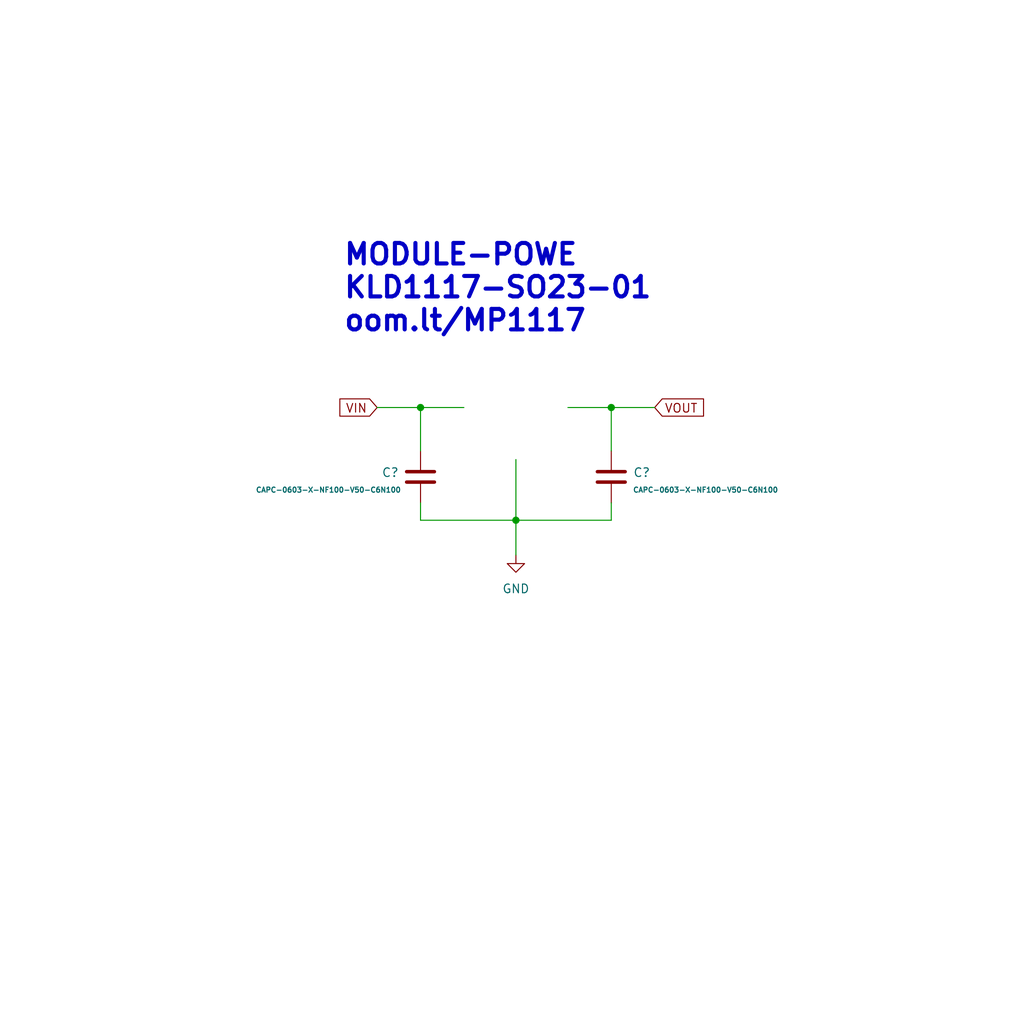
<source format=kicad_sch>
(kicad_sch (version 20211123) (generator eeschema)
  (paper "User" 150.012 150.012)
  (lib_symbols
    (symbol "oomlout_OOMP_parts:CAPC-0603-X-NF100-V50-C6N100" (pin_numbers hide) (pin_names (offset 0.254))
      (property "Reference" "C" (at 0.635 2.54 0))
      (property "Value" "CAPC-0603-X-NF100-V50-C6N100" (at 0.635 -2.54 0))
      (symbol "CAPC-0603-X-NF100-V50-C6N100_0_1"
        (polyline (pts (xy -2.032 -0.762) (xy 2.032 -0.762)) (stroke (width 0.508)))
        (polyline (pts (xy -2.032 0.762) (xy 2.032 0.762)) (stroke (width 0.508)))
      )
      (symbol "CAPC-0603-X-NF100-V50-C6N100_1_1"
        (pin passive line (at 0 3.81 270) (length 2.794) (name "~") (number "1"))
        (pin passive line (at 0 -3.81 90) (length 2.794) (name "~") (number "2"))
      )
    )
    (symbol "power:GND" (power) (pin_names (offset 0))
      (property "Value" "GND" (at 0 -3.81 0))
      (symbol "GND_0_1"
        (polyline (pts (xy 0 0) (xy 0 -1.27) (xy 1.27 -1.27) (xy 0 -2.54) (xy -1.27 -1.27) (xy 0 -1.27)))
      )
      (symbol "GND_1_1"
        (pin power_in line (at 0 0 270) (length 0) hide (name "GND") (number "1"))
      )
    )
  )
  (junction (at 89.535 59.69))
  (junction (at 75.565 76.2))
  (junction (at 61.595 59.69))
  (wire (pts (xy 83.185 59.69) (xy 89.535 59.69)))
  (wire (pts (xy 89.535 59.69) (xy 89.535 66.04)))
  (wire (pts (xy 89.535 76.2) (xy 75.565 76.2)))
  (wire (pts (xy 55.245 59.69) (xy 61.595 59.69)))
  (wire (pts (xy 61.595 59.69) (xy 67.945 59.69)))
  (wire (pts (xy 75.565 76.2) (xy 61.595 76.2)))
  (wire (pts (xy 89.535 73.66) (xy 89.535 76.2)))
  (wire (pts (xy 75.565 76.2) (xy 75.565 81.28)))
  (wire (pts (xy 61.595 59.69) (xy 61.595 66.04)))
  (wire (pts (xy 75.565 67.31) (xy 75.565 76.2)))
  (wire (pts (xy 89.535 59.69) (xy 95.885 59.69)))
  (wire (pts (xy 61.595 76.2) (xy 61.595 73.66)))
  (text "MODULE-POWE\nKLD1117-SO23-01\noom.lt/MP1117" (at 50.165 48.895 0) (effects (font (size 3 3) (thickness 0.6) bold) (justify left bottom)))
  (global_label "VIN" (shape input) (at 55.245 59.69 180) (property "Intersheet References" "${INTERSHEET_REFS}" (effects hide)))
  (global_label "VOUT" (shape input) (at 95.885 59.69 0) (property "Intersheet References" "${INTERSHEET_REFS}" (effects hide)))
  (symbol (lib_id "oomlout_OOMP_parts:CAPC-0603-X-NF100-V50-C6N100") (at 61.595 69.85 0) (mirror y) (unit 1)
    (property "Reference" "C?" (at 55.88 69.215 0) (effects (justify right)))
    (property "Value" "CAPC-0603-X-NF100-V50-C6N100" (at 37.465 71.755 0) (effects (font (size 0.75 0.75)) (justify right)))
    (property "Footprint" "oomlout_OOMP_parts:CAPC-0603-X-NF100-V50-C6N100" (effects hide))
    (property "Datasheet" "oom.lt/C6N100" (effects hide))
  )
  (symbol (lib_id "power:GND") (at 75.565 81.28 0) (unit 1)
    (property "Reference" "#PWR?" (effects hide))
    (property "Value" "GND" (at 75.565 86.2356 0))
  )
  (symbol (lib_id "oomlout_OOMP_parts:CAPC-0603-X-NF100-V50-C6N100") (at 89.535 69.85 0) (unit 1)
    (property "Reference" "C?" (at 92.71 69.2149 0) (effects (justify left)))
    (property "Value" "CAPC-0603-X-NF100-V50-C6N100" (at 92.71 71.7549 0) (effects (font (size 0.75 0.75)) (justify left)))
    (property "Footprint" "oomlout_OOMP_parts:CAPC-0603-X-NF100-V50-C6N100" (effects hide))
    (property "Datasheet" "oom.lt/C6N100" (effects hide))
  )
)
</source>
